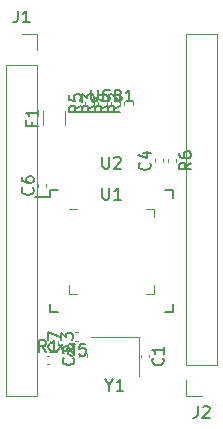
<source format=gbr>
G04 #@! TF.GenerationSoftware,KiCad,Pcbnew,(5.1.7)-1*
G04 #@! TF.CreationDate,2021-03-17T14:13:32-05:00*
G04 #@! TF.ProjectId,keyboard,6b657962-6f61-4726-942e-6b696361645f,rev?*
G04 #@! TF.SameCoordinates,Original*
G04 #@! TF.FileFunction,Legend,Top*
G04 #@! TF.FilePolarity,Positive*
%FSLAX46Y46*%
G04 Gerber Fmt 4.6, Leading zero omitted, Abs format (unit mm)*
G04 Created by KiCad (PCBNEW (5.1.7)-1) date 2021-03-17 14:13:32*
%MOMM*%
%LPD*%
G01*
G04 APERTURE LIST*
%ADD10C,0.120000*%
%ADD11C,0.150000*%
G04 APERTURE END LIST*
D10*
X324950000Y-186200000D02*
X322290000Y-186200000D01*
X324950000Y-186200000D02*
X324950000Y-158200000D01*
X324950000Y-158200000D02*
X322290000Y-158200000D01*
X322290000Y-186200000D02*
X322290000Y-158200000D01*
X322290000Y-188800000D02*
X322290000Y-187470000D01*
X323620000Y-188800000D02*
X322290000Y-188800000D01*
D11*
X310802500Y-171402500D02*
X310802500Y-171977500D01*
X321152500Y-171402500D02*
X321152500Y-172077500D01*
X321152500Y-181752500D02*
X321152500Y-181077500D01*
X310802500Y-181752500D02*
X310802500Y-181077500D01*
X310802500Y-171402500D02*
X311477500Y-171402500D01*
X310802500Y-181752500D02*
X311477500Y-181752500D01*
X321152500Y-181752500D02*
X320477500Y-181752500D01*
X321152500Y-171402500D02*
X320477500Y-171402500D01*
X310802500Y-171977500D02*
X309527500Y-171977500D01*
D10*
X315940000Y-164187836D02*
X315940000Y-163972164D01*
X316660000Y-164187836D02*
X316660000Y-163972164D01*
X321460000Y-168812164D02*
X321460000Y-169027836D01*
X320740000Y-168812164D02*
X320740000Y-169027836D01*
X313740000Y-164187836D02*
X313740000Y-163972164D01*
X314460000Y-164187836D02*
X314460000Y-163972164D01*
X314840000Y-164187836D02*
X314840000Y-163972164D01*
X315560000Y-164187836D02*
X315560000Y-163972164D01*
X317040000Y-164187836D02*
X317040000Y-163972164D01*
X317760000Y-164187836D02*
X317760000Y-163972164D01*
X310492164Y-185440000D02*
X310707836Y-185440000D01*
X310492164Y-186160000D02*
X310707836Y-186160000D01*
X310360000Y-184172164D02*
X310360000Y-184387836D01*
X309640000Y-184172164D02*
X309640000Y-184387836D01*
X309740000Y-171127836D02*
X309740000Y-170912164D01*
X310460000Y-171127836D02*
X310460000Y-170912164D01*
X313127836Y-184160000D02*
X312912164Y-184160000D01*
X313127836Y-183440000D02*
X312912164Y-183440000D01*
X319640000Y-169027836D02*
X319640000Y-168812164D01*
X320360000Y-169027836D02*
X320360000Y-168812164D01*
X311460000Y-184172164D02*
X311460000Y-184387836D01*
X310740000Y-184172164D02*
X310740000Y-184387836D01*
X313190000Y-185537836D02*
X313190000Y-185322164D01*
X313910000Y-185537836D02*
X313910000Y-185322164D01*
X319160000Y-185352164D02*
X319160000Y-185567836D01*
X318440000Y-185352164D02*
X318440000Y-185567836D01*
X318862500Y-172967500D02*
X319587500Y-172967500D01*
X319587500Y-172967500D02*
X319587500Y-173692500D01*
X313092500Y-180187500D02*
X312367500Y-180187500D01*
X312367500Y-180187500D02*
X312367500Y-179462500D01*
X318862500Y-180187500D02*
X319587500Y-180187500D01*
X319587500Y-180187500D02*
X319587500Y-179462500D01*
X313092500Y-172967500D02*
X312367500Y-172967500D01*
X318270000Y-187140000D02*
X318270000Y-183840000D01*
X318270000Y-183840000D02*
X314270000Y-183840000D01*
X307050000Y-160800000D02*
X309710000Y-160800000D01*
X307050000Y-160800000D02*
X307050000Y-188800000D01*
X307050000Y-188800000D02*
X309710000Y-188800000D01*
X309710000Y-160800000D02*
X309710000Y-188800000D01*
X309710000Y-158200000D02*
X309710000Y-159530000D01*
X308380000Y-158200000D02*
X309710000Y-158200000D01*
X310190000Y-165902064D02*
X310190000Y-164697936D01*
X312010000Y-165902064D02*
X312010000Y-164697936D01*
D11*
X323286666Y-189692380D02*
X323286666Y-190406666D01*
X323239047Y-190549523D01*
X323143809Y-190644761D01*
X323000952Y-190692380D01*
X322905714Y-190692380D01*
X323715238Y-189787619D02*
X323762857Y-189740000D01*
X323858095Y-189692380D01*
X324096190Y-189692380D01*
X324191428Y-189740000D01*
X324239047Y-189787619D01*
X324286666Y-189882857D01*
X324286666Y-189978095D01*
X324239047Y-190120952D01*
X323667619Y-190692380D01*
X324286666Y-190692380D01*
X315215595Y-168579880D02*
X315215595Y-169389404D01*
X315263214Y-169484642D01*
X315310833Y-169532261D01*
X315406071Y-169579880D01*
X315596547Y-169579880D01*
X315691785Y-169532261D01*
X315739404Y-169484642D01*
X315787023Y-169389404D01*
X315787023Y-168579880D01*
X316215595Y-168675119D02*
X316263214Y-168627500D01*
X316358452Y-168579880D01*
X316596547Y-168579880D01*
X316691785Y-168627500D01*
X316739404Y-168675119D01*
X316787023Y-168770357D01*
X316787023Y-168865595D01*
X316739404Y-169008452D01*
X316167976Y-169579880D01*
X316787023Y-169579880D01*
X315592380Y-164246666D02*
X315116190Y-164580000D01*
X315592380Y-164818095D02*
X314592380Y-164818095D01*
X314592380Y-164437142D01*
X314640000Y-164341904D01*
X314687619Y-164294285D01*
X314782857Y-164246666D01*
X314925714Y-164246666D01*
X315020952Y-164294285D01*
X315068571Y-164341904D01*
X315116190Y-164437142D01*
X315116190Y-164818095D01*
X314925714Y-163389523D02*
X315592380Y-163389523D01*
X314544761Y-163627619D02*
X315259047Y-163865714D01*
X315259047Y-163246666D01*
X322712380Y-169086666D02*
X322236190Y-169420000D01*
X322712380Y-169658095D02*
X321712380Y-169658095D01*
X321712380Y-169277142D01*
X321760000Y-169181904D01*
X321807619Y-169134285D01*
X321902857Y-169086666D01*
X322045714Y-169086666D01*
X322140952Y-169134285D01*
X322188571Y-169181904D01*
X322236190Y-169277142D01*
X322236190Y-169658095D01*
X321712380Y-168229523D02*
X321712380Y-168420000D01*
X321760000Y-168515238D01*
X321807619Y-168562857D01*
X321950476Y-168658095D01*
X322140952Y-168705714D01*
X322521904Y-168705714D01*
X322617142Y-168658095D01*
X322664761Y-168610476D01*
X322712380Y-168515238D01*
X322712380Y-168324761D01*
X322664761Y-168229523D01*
X322617142Y-168181904D01*
X322521904Y-168134285D01*
X322283809Y-168134285D01*
X322188571Y-168181904D01*
X322140952Y-168229523D01*
X322093333Y-168324761D01*
X322093333Y-168515238D01*
X322140952Y-168610476D01*
X322188571Y-168658095D01*
X322283809Y-168705714D01*
X313392380Y-164246666D02*
X312916190Y-164580000D01*
X313392380Y-164818095D02*
X312392380Y-164818095D01*
X312392380Y-164437142D01*
X312440000Y-164341904D01*
X312487619Y-164294285D01*
X312582857Y-164246666D01*
X312725714Y-164246666D01*
X312820952Y-164294285D01*
X312868571Y-164341904D01*
X312916190Y-164437142D01*
X312916190Y-164818095D01*
X312392380Y-163341904D02*
X312392380Y-163818095D01*
X312868571Y-163865714D01*
X312820952Y-163818095D01*
X312773333Y-163722857D01*
X312773333Y-163484761D01*
X312820952Y-163389523D01*
X312868571Y-163341904D01*
X312963809Y-163294285D01*
X313201904Y-163294285D01*
X313297142Y-163341904D01*
X313344761Y-163389523D01*
X313392380Y-163484761D01*
X313392380Y-163722857D01*
X313344761Y-163818095D01*
X313297142Y-163865714D01*
X314492380Y-164246666D02*
X314016190Y-164580000D01*
X314492380Y-164818095D02*
X313492380Y-164818095D01*
X313492380Y-164437142D01*
X313540000Y-164341904D01*
X313587619Y-164294285D01*
X313682857Y-164246666D01*
X313825714Y-164246666D01*
X313920952Y-164294285D01*
X313968571Y-164341904D01*
X314016190Y-164437142D01*
X314016190Y-164818095D01*
X313492380Y-163913333D02*
X313492380Y-163294285D01*
X313873333Y-163627619D01*
X313873333Y-163484761D01*
X313920952Y-163389523D01*
X313968571Y-163341904D01*
X314063809Y-163294285D01*
X314301904Y-163294285D01*
X314397142Y-163341904D01*
X314444761Y-163389523D01*
X314492380Y-163484761D01*
X314492380Y-163770476D01*
X314444761Y-163865714D01*
X314397142Y-163913333D01*
X316692380Y-164246666D02*
X316216190Y-164580000D01*
X316692380Y-164818095D02*
X315692380Y-164818095D01*
X315692380Y-164437142D01*
X315740000Y-164341904D01*
X315787619Y-164294285D01*
X315882857Y-164246666D01*
X316025714Y-164246666D01*
X316120952Y-164294285D01*
X316168571Y-164341904D01*
X316216190Y-164437142D01*
X316216190Y-164818095D01*
X315787619Y-163865714D02*
X315740000Y-163818095D01*
X315692380Y-163722857D01*
X315692380Y-163484761D01*
X315740000Y-163389523D01*
X315787619Y-163341904D01*
X315882857Y-163294285D01*
X315978095Y-163294285D01*
X316120952Y-163341904D01*
X316692380Y-163913333D01*
X316692380Y-163294285D01*
X310433333Y-185092380D02*
X310100000Y-184616190D01*
X309861904Y-185092380D02*
X309861904Y-184092380D01*
X310242857Y-184092380D01*
X310338095Y-184140000D01*
X310385714Y-184187619D01*
X310433333Y-184282857D01*
X310433333Y-184425714D01*
X310385714Y-184520952D01*
X310338095Y-184568571D01*
X310242857Y-184616190D01*
X309861904Y-184616190D01*
X311385714Y-185092380D02*
X310814285Y-185092380D01*
X311100000Y-185092380D02*
X311100000Y-184092380D01*
X311004761Y-184235238D01*
X310909523Y-184330476D01*
X310814285Y-184378095D01*
X311517142Y-184446666D02*
X311564761Y-184494285D01*
X311612380Y-184637142D01*
X311612380Y-184732380D01*
X311564761Y-184875238D01*
X311469523Y-184970476D01*
X311374285Y-185018095D01*
X311183809Y-185065714D01*
X311040952Y-185065714D01*
X310850476Y-185018095D01*
X310755238Y-184970476D01*
X310660000Y-184875238D01*
X310612380Y-184732380D01*
X310612380Y-184637142D01*
X310660000Y-184494285D01*
X310707619Y-184446666D01*
X310612380Y-184113333D02*
X310612380Y-183446666D01*
X311612380Y-183875238D01*
X309297142Y-171186666D02*
X309344761Y-171234285D01*
X309392380Y-171377142D01*
X309392380Y-171472380D01*
X309344761Y-171615238D01*
X309249523Y-171710476D01*
X309154285Y-171758095D01*
X308963809Y-171805714D01*
X308820952Y-171805714D01*
X308630476Y-171758095D01*
X308535238Y-171710476D01*
X308440000Y-171615238D01*
X308392380Y-171472380D01*
X308392380Y-171377142D01*
X308440000Y-171234285D01*
X308487619Y-171186666D01*
X308392380Y-170329523D02*
X308392380Y-170520000D01*
X308440000Y-170615238D01*
X308487619Y-170662857D01*
X308630476Y-170758095D01*
X308820952Y-170805714D01*
X309201904Y-170805714D01*
X309297142Y-170758095D01*
X309344761Y-170710476D01*
X309392380Y-170615238D01*
X309392380Y-170424761D01*
X309344761Y-170329523D01*
X309297142Y-170281904D01*
X309201904Y-170234285D01*
X308963809Y-170234285D01*
X308868571Y-170281904D01*
X308820952Y-170329523D01*
X308773333Y-170424761D01*
X308773333Y-170615238D01*
X308820952Y-170710476D01*
X308868571Y-170758095D01*
X308963809Y-170805714D01*
X312853333Y-185317142D02*
X312805714Y-185364761D01*
X312662857Y-185412380D01*
X312567619Y-185412380D01*
X312424761Y-185364761D01*
X312329523Y-185269523D01*
X312281904Y-185174285D01*
X312234285Y-184983809D01*
X312234285Y-184840952D01*
X312281904Y-184650476D01*
X312329523Y-184555238D01*
X312424761Y-184460000D01*
X312567619Y-184412380D01*
X312662857Y-184412380D01*
X312805714Y-184460000D01*
X312853333Y-184507619D01*
X313758095Y-184412380D02*
X313281904Y-184412380D01*
X313234285Y-184888571D01*
X313281904Y-184840952D01*
X313377142Y-184793333D01*
X313615238Y-184793333D01*
X313710476Y-184840952D01*
X313758095Y-184888571D01*
X313805714Y-184983809D01*
X313805714Y-185221904D01*
X313758095Y-185317142D01*
X313710476Y-185364761D01*
X313615238Y-185412380D01*
X313377142Y-185412380D01*
X313281904Y-185364761D01*
X313234285Y-185317142D01*
X319197142Y-169086666D02*
X319244761Y-169134285D01*
X319292380Y-169277142D01*
X319292380Y-169372380D01*
X319244761Y-169515238D01*
X319149523Y-169610476D01*
X319054285Y-169658095D01*
X318863809Y-169705714D01*
X318720952Y-169705714D01*
X318530476Y-169658095D01*
X318435238Y-169610476D01*
X318340000Y-169515238D01*
X318292380Y-169372380D01*
X318292380Y-169277142D01*
X318340000Y-169134285D01*
X318387619Y-169086666D01*
X318625714Y-168229523D02*
X319292380Y-168229523D01*
X318244761Y-168467619D02*
X318959047Y-168705714D01*
X318959047Y-168086666D01*
X312617142Y-184446666D02*
X312664761Y-184494285D01*
X312712380Y-184637142D01*
X312712380Y-184732380D01*
X312664761Y-184875238D01*
X312569523Y-184970476D01*
X312474285Y-185018095D01*
X312283809Y-185065714D01*
X312140952Y-185065714D01*
X311950476Y-185018095D01*
X311855238Y-184970476D01*
X311760000Y-184875238D01*
X311712380Y-184732380D01*
X311712380Y-184637142D01*
X311760000Y-184494285D01*
X311807619Y-184446666D01*
X311712380Y-184113333D02*
X311712380Y-183494285D01*
X312093333Y-183827619D01*
X312093333Y-183684761D01*
X312140952Y-183589523D01*
X312188571Y-183541904D01*
X312283809Y-183494285D01*
X312521904Y-183494285D01*
X312617142Y-183541904D01*
X312664761Y-183589523D01*
X312712380Y-183684761D01*
X312712380Y-183970476D01*
X312664761Y-184065714D01*
X312617142Y-184113333D01*
X312747142Y-185596666D02*
X312794761Y-185644285D01*
X312842380Y-185787142D01*
X312842380Y-185882380D01*
X312794761Y-186025238D01*
X312699523Y-186120476D01*
X312604285Y-186168095D01*
X312413809Y-186215714D01*
X312270952Y-186215714D01*
X312080476Y-186168095D01*
X311985238Y-186120476D01*
X311890000Y-186025238D01*
X311842380Y-185882380D01*
X311842380Y-185787142D01*
X311890000Y-185644285D01*
X311937619Y-185596666D01*
X311937619Y-185215714D02*
X311890000Y-185168095D01*
X311842380Y-185072857D01*
X311842380Y-184834761D01*
X311890000Y-184739523D01*
X311937619Y-184691904D01*
X312032857Y-184644285D01*
X312128095Y-184644285D01*
X312270952Y-184691904D01*
X312842380Y-185263333D01*
X312842380Y-184644285D01*
X320317142Y-185626666D02*
X320364761Y-185674285D01*
X320412380Y-185817142D01*
X320412380Y-185912380D01*
X320364761Y-186055238D01*
X320269523Y-186150476D01*
X320174285Y-186198095D01*
X319983809Y-186245714D01*
X319840952Y-186245714D01*
X319650476Y-186198095D01*
X319555238Y-186150476D01*
X319460000Y-186055238D01*
X319412380Y-185912380D01*
X319412380Y-185817142D01*
X319460000Y-185674285D01*
X319507619Y-185626666D01*
X320412380Y-184674285D02*
X320412380Y-185245714D01*
X320412380Y-184960000D02*
X319412380Y-184960000D01*
X319555238Y-185055238D01*
X319650476Y-185150476D01*
X319698095Y-185245714D01*
X315215595Y-171209880D02*
X315215595Y-172019404D01*
X315263214Y-172114642D01*
X315310833Y-172162261D01*
X315406071Y-172209880D01*
X315596547Y-172209880D01*
X315691785Y-172162261D01*
X315739404Y-172114642D01*
X315787023Y-172019404D01*
X315787023Y-171209880D01*
X316787023Y-172209880D02*
X316215595Y-172209880D01*
X316501309Y-172209880D02*
X316501309Y-171209880D01*
X316406071Y-171352738D01*
X316310833Y-171447976D01*
X316215595Y-171495595D01*
X315793809Y-187916190D02*
X315793809Y-188392380D01*
X315460476Y-187392380D02*
X315793809Y-187916190D01*
X316127142Y-187392380D01*
X316984285Y-188392380D02*
X316412857Y-188392380D01*
X316698571Y-188392380D02*
X316698571Y-187392380D01*
X316603333Y-187535238D01*
X316508095Y-187630476D01*
X316412857Y-187678095D01*
X314261904Y-162902380D02*
X314261904Y-163711904D01*
X314309523Y-163807142D01*
X314357142Y-163854761D01*
X314452380Y-163902380D01*
X314642857Y-163902380D01*
X314738095Y-163854761D01*
X314785714Y-163807142D01*
X314833333Y-163711904D01*
X314833333Y-162902380D01*
X315261904Y-163854761D02*
X315404761Y-163902380D01*
X315642857Y-163902380D01*
X315738095Y-163854761D01*
X315785714Y-163807142D01*
X315833333Y-163711904D01*
X315833333Y-163616666D01*
X315785714Y-163521428D01*
X315738095Y-163473809D01*
X315642857Y-163426190D01*
X315452380Y-163378571D01*
X315357142Y-163330952D01*
X315309523Y-163283333D01*
X315261904Y-163188095D01*
X315261904Y-163092857D01*
X315309523Y-162997619D01*
X315357142Y-162950000D01*
X315452380Y-162902380D01*
X315690476Y-162902380D01*
X315833333Y-162950000D01*
X316595238Y-163378571D02*
X316738095Y-163426190D01*
X316785714Y-163473809D01*
X316833333Y-163569047D01*
X316833333Y-163711904D01*
X316785714Y-163807142D01*
X316738095Y-163854761D01*
X316642857Y-163902380D01*
X316261904Y-163902380D01*
X316261904Y-162902380D01*
X316595238Y-162902380D01*
X316690476Y-162950000D01*
X316738095Y-162997619D01*
X316785714Y-163092857D01*
X316785714Y-163188095D01*
X316738095Y-163283333D01*
X316690476Y-163330952D01*
X316595238Y-163378571D01*
X316261904Y-163378571D01*
X317785714Y-163902380D02*
X317214285Y-163902380D01*
X317500000Y-163902380D02*
X317500000Y-162902380D01*
X317404761Y-163045238D01*
X317309523Y-163140476D01*
X317214285Y-163188095D01*
X308046666Y-156212380D02*
X308046666Y-156926666D01*
X307999047Y-157069523D01*
X307903809Y-157164761D01*
X307760952Y-157212380D01*
X307665714Y-157212380D01*
X309046666Y-157212380D02*
X308475238Y-157212380D01*
X308760952Y-157212380D02*
X308760952Y-156212380D01*
X308665714Y-156355238D01*
X308570476Y-156450476D01*
X308475238Y-156498095D01*
X309208571Y-165633333D02*
X309208571Y-165966666D01*
X309732380Y-165966666D02*
X308732380Y-165966666D01*
X308732380Y-165490476D01*
X309732380Y-164585714D02*
X309732380Y-165157142D01*
X309732380Y-164871428D02*
X308732380Y-164871428D01*
X308875238Y-164966666D01*
X308970476Y-165061904D01*
X309018095Y-165157142D01*
M02*

</source>
